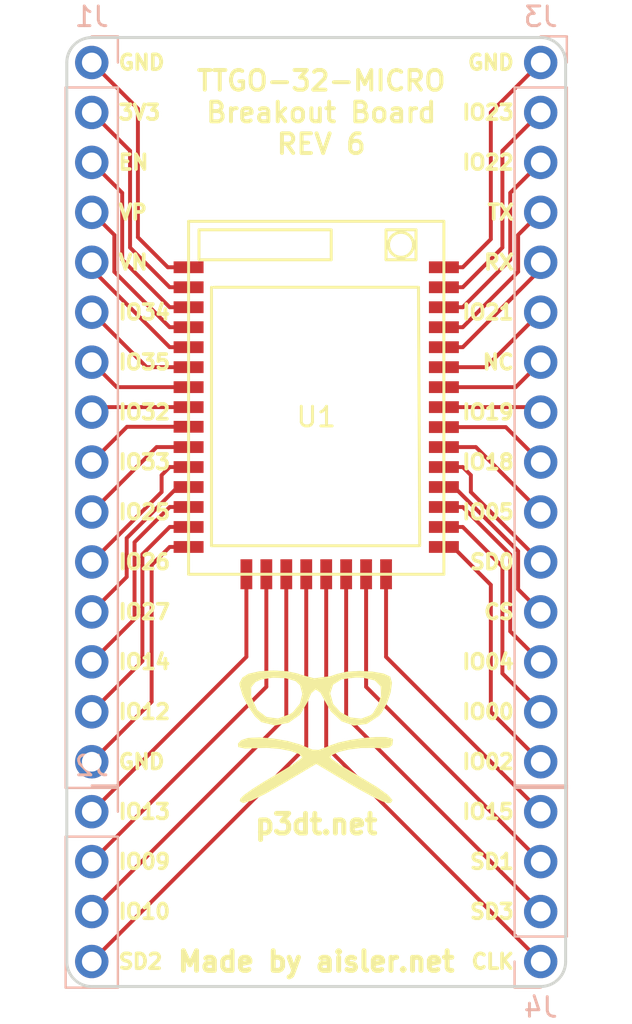
<source format=kicad_pcb>
(kicad_pcb (version 20171130) (host pcbnew "(5.0.1-3-g963ef8bb5)")

  (general
    (thickness 1.6)
    (drawings 49)
    (tracks 126)
    (zones 0)
    (modules 6)
    (nets 39)
  )

  (page A4)
  (layers
    (0 F.Cu signal)
    (31 B.Cu signal)
    (32 B.Adhes user)
    (33 F.Adhes user)
    (34 B.Paste user)
    (35 F.Paste user)
    (36 B.SilkS user)
    (37 F.SilkS user)
    (38 B.Mask user)
    (39 F.Mask user)
    (40 Dwgs.User user)
    (41 Cmts.User user)
    (42 Eco1.User user)
    (43 Eco2.User user)
    (44 Edge.Cuts user)
    (45 Margin user)
    (46 B.CrtYd user)
    (47 F.CrtYd user)
    (48 B.Fab user)
    (49 F.Fab user)
  )

  (setup
    (last_trace_width 0.2)
    (trace_clearance 0.2)
    (zone_clearance 0.508)
    (zone_45_only no)
    (trace_min 0.2)
    (segment_width 0.2)
    (edge_width 0.15)
    (via_size 0.8)
    (via_drill 0.4)
    (via_min_size 0.4)
    (via_min_drill 0.3)
    (uvia_size 0.3)
    (uvia_drill 0.1)
    (uvias_allowed no)
    (uvia_min_size 0.2)
    (uvia_min_drill 0.1)
    (pcb_text_width 0.3)
    (pcb_text_size 1.5 1.5)
    (mod_edge_width 0.15)
    (mod_text_size 1 1)
    (mod_text_width 0.15)
    (pad_size 1.524 0.5)
    (pad_drill 0)
    (pad_to_mask_clearance 0.051)
    (solder_mask_min_width 0.25)
    (aux_axis_origin 0 0)
    (visible_elements FFFFFF7F)
    (pcbplotparams
      (layerselection 0x010fc_ffffffff)
      (usegerberextensions false)
      (usegerberattributes false)
      (usegerberadvancedattributes false)
      (creategerberjobfile false)
      (excludeedgelayer true)
      (linewidth 1.000000)
      (plotframeref false)
      (viasonmask false)
      (mode 1)
      (useauxorigin false)
      (hpglpennumber 1)
      (hpglpenspeed 20)
      (hpglpendiameter 15.000000)
      (psnegative false)
      (psa4output false)
      (plotreference true)
      (plotvalue true)
      (plotinvisibletext false)
      (padsonsilk false)
      (subtractmaskfromsilk false)
      (outputformat 1)
      (mirror false)
      (drillshape 1)
      (scaleselection 1)
      (outputdirectory ""))
  )

  (net 0 "")
  (net 1 "Net-(J1-Pad1)")
  (net 2 "Net-(J1-Pad2)")
  (net 3 "Net-(J1-Pad3)")
  (net 4 "Net-(J1-Pad4)")
  (net 5 "Net-(J1-Pad5)")
  (net 6 "Net-(J1-Pad6)")
  (net 7 "Net-(J1-Pad7)")
  (net 8 "Net-(J1-Pad8)")
  (net 9 "Net-(J1-Pad9)")
  (net 10 "Net-(J1-Pad10)")
  (net 11 "Net-(J1-Pad11)")
  (net 12 "Net-(J1-Pad12)")
  (net 13 "Net-(J1-Pad13)")
  (net 14 "Net-(J1-Pad14)")
  (net 15 "Net-(J1-Pad15)")
  (net 16 "Net-(J2-Pad1)")
  (net 17 "Net-(J2-Pad2)")
  (net 18 "Net-(J2-Pad3)")
  (net 19 "Net-(J2-Pad4)")
  (net 20 "Net-(J3-Pad15)")
  (net 21 "Net-(J3-Pad14)")
  (net 22 "Net-(J3-Pad13)")
  (net 23 "Net-(J3-Pad12)")
  (net 24 "Net-(J3-Pad11)")
  (net 25 "Net-(J3-Pad10)")
  (net 26 "Net-(J3-Pad9)")
  (net 27 "Net-(J3-Pad8)")
  (net 28 "Net-(J3-Pad7)")
  (net 29 "Net-(J3-Pad6)")
  (net 30 "Net-(J3-Pad5)")
  (net 31 "Net-(J3-Pad4)")
  (net 32 "Net-(J3-Pad3)")
  (net 33 "Net-(J3-Pad2)")
  (net 34 "Net-(J3-Pad1)")
  (net 35 "Net-(J4-Pad1)")
  (net 36 "Net-(J4-Pad2)")
  (net 37 "Net-(J4-Pad3)")
  (net 38 "Net-(J4-Pad4)")

  (net_class Default "This is the default net class."
    (clearance 0.2)
    (trace_width 0.2)
    (via_dia 0.8)
    (via_drill 0.4)
    (uvia_dia 0.3)
    (uvia_drill 0.1)
    (add_net "Net-(J1-Pad1)")
    (add_net "Net-(J1-Pad10)")
    (add_net "Net-(J1-Pad11)")
    (add_net "Net-(J1-Pad12)")
    (add_net "Net-(J1-Pad13)")
    (add_net "Net-(J1-Pad14)")
    (add_net "Net-(J1-Pad15)")
    (add_net "Net-(J1-Pad2)")
    (add_net "Net-(J1-Pad3)")
    (add_net "Net-(J1-Pad4)")
    (add_net "Net-(J1-Pad5)")
    (add_net "Net-(J1-Pad6)")
    (add_net "Net-(J1-Pad7)")
    (add_net "Net-(J1-Pad8)")
    (add_net "Net-(J1-Pad9)")
    (add_net "Net-(J2-Pad1)")
    (add_net "Net-(J2-Pad2)")
    (add_net "Net-(J2-Pad3)")
    (add_net "Net-(J2-Pad4)")
    (add_net "Net-(J3-Pad1)")
    (add_net "Net-(J3-Pad10)")
    (add_net "Net-(J3-Pad11)")
    (add_net "Net-(J3-Pad12)")
    (add_net "Net-(J3-Pad13)")
    (add_net "Net-(J3-Pad14)")
    (add_net "Net-(J3-Pad15)")
    (add_net "Net-(J3-Pad2)")
    (add_net "Net-(J3-Pad3)")
    (add_net "Net-(J3-Pad4)")
    (add_net "Net-(J3-Pad5)")
    (add_net "Net-(J3-Pad6)")
    (add_net "Net-(J3-Pad7)")
    (add_net "Net-(J3-Pad8)")
    (add_net "Net-(J3-Pad9)")
    (add_net "Net-(J4-Pad1)")
    (add_net "Net-(J4-Pad2)")
    (add_net "Net-(J4-Pad3)")
    (add_net "Net-(J4-Pad4)")
  )

  (module footprints:ttgo-32-micro (layer F.Cu) (tedit 5CCCD032) (tstamp 5CCDFAAE)
    (at 138.43 93.726)
    (path /5CCCB936)
    (fp_text reference U1 (at 0 0.5) (layer F.SilkS)
      (effects (font (size 1 1) (thickness 0.15)))
    )
    (fp_text value ttgo-32-micro (at 0 -4.064) (layer F.Fab)
      (effects (font (size 1 1) (thickness 0.15)))
    )
    (fp_line (start -5.334 7.0485) (end -5.334 -6.096) (layer F.SilkS) (width 0.15))
    (fp_line (start 5.207 7.0485) (end -5.334 7.0485) (layer F.SilkS) (width 0.15))
    (fp_line (start 5.207 -6.096) (end 5.2705 7.0485) (layer F.SilkS) (width 0.15))
    (fp_line (start -5.207 -6.096) (end 5.207 -6.096) (layer F.SilkS) (width 0.15))
    (fp_line (start 3.556 -7.493) (end 3.556 -9.017) (layer F.SilkS) (width 0.15))
    (fp_line (start 5.08 -7.493) (end 3.556 -7.493) (layer F.SilkS) (width 0.15))
    (fp_line (start 5.08 -9.017) (end 5.08 -7.493) (layer F.SilkS) (width 0.15))
    (fp_line (start 3.556 -9.017) (end 5.08 -9.017) (layer F.SilkS) (width 0.15))
    (fp_circle (center 4.318 -8.255) (end 4.826 -7.874) (layer F.SilkS) (width 0.15))
    (fp_line (start 0.762 -9.017) (end -5.969 -9.017) (layer F.SilkS) (width 0.15))
    (fp_line (start 0.762 -7.493) (end 0.762 -9.017) (layer F.SilkS) (width 0.15))
    (fp_line (start -5.969 -7.493) (end 0.762 -7.493) (layer F.SilkS) (width 0.15))
    (fp_line (start -5.969 -9.017) (end -5.969 -7.493) (layer F.SilkS) (width 0.15))
    (fp_line (start 6.5 -9.45) (end 6.5 8.5) (layer F.SilkS) (width 0.15))
    (fp_line (start -6.5 -9.45) (end -6.5 8.5) (layer F.SilkS) (width 0.15))
    (fp_line (start -6.5 8.5) (end 6.5 8.5) (layer F.SilkS) (width 0.15))
    (fp_line (start -6.5 -9.45) (end 6.5 -9.45) (layer F.SilkS) (width 0.15))
    (pad 23 smd rect (at 3.556 8.5 90) (size 1.524 0.6) (layers F.Cu F.Paste F.Mask)
      (net 38 "Net-(J4-Pad4)"))
    (pad 22 smd rect (at 2.54 8.5 90) (size 1.524 0.6) (layers F.Cu F.Paste F.Mask)
      (net 37 "Net-(J4-Pad3)"))
    (pad 21 smd rect (at 1.524 8.5 90) (size 1.524 0.6) (layers F.Cu F.Paste F.Mask)
      (net 36 "Net-(J4-Pad2)"))
    (pad 20 smd rect (at 0.508 8.5 90) (size 1.524 0.6) (layers F.Cu F.Paste F.Mask)
      (net 35 "Net-(J4-Pad1)"))
    (pad 19 smd rect (at -0.508 8.5 90) (size 1.524 0.6) (layers F.Cu F.Paste F.Mask)
      (net 19 "Net-(J2-Pad4)"))
    (pad 18 smd rect (at -1.524 8.5 90) (size 1.524 0.6) (layers F.Cu F.Paste F.Mask)
      (net 18 "Net-(J2-Pad3)"))
    (pad 17 smd rect (at -2.54 8.5 90) (size 1.524 0.6) (layers F.Cu F.Paste F.Mask)
      (net 17 "Net-(J2-Pad2)"))
    (pad 16 smd rect (at -3.556 8.5 90) (size 1.524 0.6) (layers F.Cu F.Paste F.Mask)
      (net 16 "Net-(J2-Pad1)"))
    (pad 32 smd rect (at 6.5 -1.016) (size 1.524 0.6) (layers F.Cu F.Paste F.Mask)
      (net 28 "Net-(J3-Pad7)"))
    (pad 38 smd rect (at 6.5 -7.112) (size 1.524 0.6) (layers F.Cu F.Paste F.Mask)
      (net 34 "Net-(J3-Pad1)"))
    (pad 29 smd rect (at 6.5 2.032) (size 1.524 0.6) (layers F.Cu F.Paste F.Mask)
      (net 25 "Net-(J3-Pad10)"))
    (pad 30 smd rect (at 6.5 1.016) (size 1.524 0.6) (layers F.Cu F.Paste F.Mask)
      (net 26 "Net-(J3-Pad9)"))
    (pad 37 smd rect (at 6.5 -6.096) (size 1.524 0.6) (layers F.Cu F.Paste F.Mask)
      (net 33 "Net-(J3-Pad2)"))
    (pad 36 smd rect (at 6.5 -5.08) (size 1.524 0.6) (layers F.Cu F.Paste F.Mask)
      (net 32 "Net-(J3-Pad3)"))
    (pad 35 smd rect (at 6.5 -4.064) (size 1.524 0.6) (layers F.Cu F.Paste F.Mask)
      (net 31 "Net-(J3-Pad4)"))
    (pad 34 smd rect (at 6.5 -3.048) (size 1.524 0.6) (layers F.Cu F.Paste F.Mask)
      (net 30 "Net-(J3-Pad5)"))
    (pad 24 smd rect (at 6.5 7.112) (size 1.524 0.6) (layers F.Cu F.Paste F.Mask)
      (net 20 "Net-(J3-Pad15)"))
    (pad 25 smd rect (at 6.5 6.096) (size 1.524 0.6) (layers F.Cu F.Paste F.Mask)
      (net 21 "Net-(J3-Pad14)"))
    (pad 31 smd rect (at 6.5 0) (size 1.524 0.6) (layers F.Cu F.Paste F.Mask)
      (net 27 "Net-(J3-Pad8)"))
    (pad 27 smd rect (at 6.5 4.064) (size 1.524 0.6) (layers F.Cu F.Paste F.Mask)
      (net 23 "Net-(J3-Pad12)"))
    (pad 33 smd rect (at 6.5 -2.032) (size 1.524 0.6) (layers F.Cu F.Paste F.Mask)
      (net 29 "Net-(J3-Pad6)"))
    (pad 28 smd rect (at 6.5 3.048) (size 1.524 0.6) (layers F.Cu F.Paste F.Mask)
      (net 24 "Net-(J3-Pad11)"))
    (pad 26 smd rect (at 6.5 5.08) (size 1.524 0.6) (layers F.Cu F.Paste F.Mask)
      (net 22 "Net-(J3-Pad13)"))
    (pad 1 smd rect (at -6.5 -7.112) (size 1.524 0.6) (layers F.Cu F.Paste F.Mask)
      (net 1 "Net-(J1-Pad1)"))
    (pad 2 smd rect (at -6.5 -6.096) (size 1.524 0.6) (layers F.Cu F.Paste F.Mask)
      (net 2 "Net-(J1-Pad2)"))
    (pad 3 smd rect (at -6.5 -5.08) (size 1.524 0.6) (layers F.Cu F.Paste F.Mask)
      (net 3 "Net-(J1-Pad3)"))
    (pad 4 smd rect (at -6.5 -4.064) (size 1.524 0.6) (layers F.Cu F.Paste F.Mask)
      (net 4 "Net-(J1-Pad4)"))
    (pad 5 smd rect (at -6.5 -3.048) (size 1.524 0.6) (layers F.Cu F.Paste F.Mask)
      (net 5 "Net-(J1-Pad5)"))
    (pad 6 smd rect (at -6.5 -2.032) (size 1.524 0.6) (layers F.Cu F.Paste F.Mask)
      (net 6 "Net-(J1-Pad6)"))
    (pad 7 smd rect (at -6.5 -1.016) (size 1.524 0.6) (layers F.Cu F.Paste F.Mask)
      (net 7 "Net-(J1-Pad7)"))
    (pad 8 smd rect (at -6.5 0) (size 1.524 0.6) (layers F.Cu F.Paste F.Mask)
      (net 8 "Net-(J1-Pad8)"))
    (pad 9 smd rect (at -6.5 1) (size 1.524 0.6) (layers F.Cu F.Paste F.Mask)
      (net 9 "Net-(J1-Pad9)"))
    (pad 10 smd rect (at -6.5 2.032) (size 1.524 0.6) (layers F.Cu F.Paste F.Mask)
      (net 10 "Net-(J1-Pad10)"))
    (pad 11 smd rect (at -6.5 3.048) (size 1.524 0.6) (layers F.Cu F.Paste F.Mask)
      (net 11 "Net-(J1-Pad11)"))
    (pad 12 smd rect (at -6.5 4.064) (size 1.524 0.6) (layers F.Cu F.Paste F.Mask)
      (net 12 "Net-(J1-Pad12)"))
    (pad 13 smd rect (at -6.5 5.08) (size 1.524 0.6) (layers F.Cu F.Paste F.Mask)
      (net 13 "Net-(J1-Pad13)"))
    (pad 14 smd rect (at -6.5 6.096) (size 1.524 0.6) (layers F.Cu F.Paste F.Mask)
      (net 14 "Net-(J1-Pad14)"))
    (pad 15 smd rect (at -6.5 7.112) (size 1.524 0.6) (layers F.Cu F.Paste F.Mask)
      (net 15 "Net-(J1-Pad15)"))
  )

  (module Connector_PinHeader_2.54mm:PinHeader_1x15_P2.54mm_Vertical (layer B.Cu) (tedit 5CCC9D5C) (tstamp 5CCF2608)
    (at 127 76.2 180)
    (descr "Through hole straight pin header, 1x15, 2.54mm pitch, single row")
    (tags "Through hole pin header THT 1x15 2.54mm single row")
    (path /5CCCBC88)
    (fp_text reference J1 (at 0 2.33 180) (layer B.SilkS)
      (effects (font (size 1 1) (thickness 0.15)) (justify mirror))
    )
    (fp_text value Conn_01x15 (at 0 -37.89 180) (layer B.Fab)
      (effects (font (size 1 1) (thickness 0.15)) (justify mirror))
    )
    (fp_line (start -0.635 1.27) (end 1.27 1.27) (layer B.Fab) (width 0.1))
    (fp_line (start 1.27 1.27) (end 1.27 -36.83) (layer B.Fab) (width 0.1))
    (fp_line (start 1.27 -36.83) (end -1.27 -36.83) (layer B.Fab) (width 0.1))
    (fp_line (start -1.27 -36.83) (end -1.27 0.635) (layer B.Fab) (width 0.1))
    (fp_line (start -1.27 0.635) (end -0.635 1.27) (layer B.Fab) (width 0.1))
    (fp_line (start -1.33 -36.89) (end 1.33 -36.89) (layer B.SilkS) (width 0.12))
    (fp_line (start -1.33 -1.27) (end -1.33 -36.89) (layer B.SilkS) (width 0.12))
    (fp_line (start 1.33 -1.27) (end 1.33 -36.89) (layer B.SilkS) (width 0.12))
    (fp_line (start -1.33 -1.27) (end 1.33 -1.27) (layer B.SilkS) (width 0.12))
    (fp_line (start -1.33 0) (end -1.33 1.33) (layer B.SilkS) (width 0.12))
    (fp_line (start -1.33 1.33) (end 0 1.33) (layer B.SilkS) (width 0.12))
    (fp_line (start -1.8 1.8) (end -1.8 -37.35) (layer B.CrtYd) (width 0.05))
    (fp_line (start -1.8 -37.35) (end 1.8 -37.35) (layer B.CrtYd) (width 0.05))
    (fp_line (start 1.8 -37.35) (end 1.8 1.8) (layer B.CrtYd) (width 0.05))
    (fp_line (start 1.8 1.8) (end -1.8 1.8) (layer B.CrtYd) (width 0.05))
    (fp_text user %R (at 0 -17.78 90) (layer B.Fab)
      (effects (font (size 1 1) (thickness 0.15)) (justify mirror))
    )
    (pad 1 thru_hole circle (at 0 0 180) (size 1.7 1.7) (drill 1) (layers *.Cu *.Mask)
      (net 1 "Net-(J1-Pad1)"))
    (pad 2 thru_hole oval (at 0 -2.54 180) (size 1.7 1.7) (drill 1) (layers *.Cu *.Mask)
      (net 2 "Net-(J1-Pad2)"))
    (pad 3 thru_hole oval (at 0 -5.08 180) (size 1.7 1.7) (drill 1) (layers *.Cu *.Mask)
      (net 3 "Net-(J1-Pad3)"))
    (pad 4 thru_hole oval (at 0 -7.62 180) (size 1.7 1.7) (drill 1) (layers *.Cu *.Mask)
      (net 4 "Net-(J1-Pad4)"))
    (pad 5 thru_hole oval (at 0 -10.16 180) (size 1.7 1.7) (drill 1) (layers *.Cu *.Mask)
      (net 5 "Net-(J1-Pad5)"))
    (pad 6 thru_hole oval (at 0 -12.7 180) (size 1.7 1.7) (drill 1) (layers *.Cu *.Mask)
      (net 6 "Net-(J1-Pad6)"))
    (pad 7 thru_hole oval (at 0 -15.24 180) (size 1.7 1.7) (drill 1) (layers *.Cu *.Mask)
      (net 7 "Net-(J1-Pad7)"))
    (pad 8 thru_hole oval (at 0 -17.78 180) (size 1.7 1.7) (drill 1) (layers *.Cu *.Mask)
      (net 8 "Net-(J1-Pad8)"))
    (pad 9 thru_hole oval (at 0 -20.32 180) (size 1.7 1.7) (drill 1) (layers *.Cu *.Mask)
      (net 9 "Net-(J1-Pad9)"))
    (pad 10 thru_hole oval (at 0 -22.86 180) (size 1.7 1.7) (drill 1) (layers *.Cu *.Mask)
      (net 10 "Net-(J1-Pad10)"))
    (pad 11 thru_hole oval (at 0 -25.4 180) (size 1.7 1.7) (drill 1) (layers *.Cu *.Mask)
      (net 11 "Net-(J1-Pad11)"))
    (pad 12 thru_hole oval (at 0 -27.94 180) (size 1.7 1.7) (drill 1) (layers *.Cu *.Mask)
      (net 12 "Net-(J1-Pad12)"))
    (pad 13 thru_hole oval (at 0 -30.48 180) (size 1.7 1.7) (drill 1) (layers *.Cu *.Mask)
      (net 13 "Net-(J1-Pad13)"))
    (pad 14 thru_hole oval (at 0 -33.02 180) (size 1.7 1.7) (drill 1) (layers *.Cu *.Mask)
      (net 14 "Net-(J1-Pad14)"))
    (pad 15 thru_hole oval (at 0 -35.56 180) (size 1.7 1.7) (drill 1) (layers *.Cu *.Mask)
      (net 15 "Net-(J1-Pad15)"))
    (model ${KISYS3DMOD}/Connector_PinHeader_2.54mm.3dshapes/PinHeader_1x15_P2.54mm_Vertical.wrl
      (at (xyz 0 0 0))
      (scale (xyz 1 1 1))
      (rotate (xyz 0 0 0))
    )
  )

  (module Connector_PinHeader_2.54mm:PinHeader_1x15_P2.54mm_Vertical (layer B.Cu) (tedit 5CCC9D63) (tstamp 5CCF2647)
    (at 149.86 76.2 180)
    (descr "Through hole straight pin header, 1x15, 2.54mm pitch, single row")
    (tags "Through hole pin header THT 1x15 2.54mm single row")
    (path /5CCCBD1F)
    (fp_text reference J3 (at 0 2.33 180) (layer B.SilkS)
      (effects (font (size 1 1) (thickness 0.15)) (justify mirror))
    )
    (fp_text value Conn_01x15 (at 0 -37.89 180) (layer B.Fab)
      (effects (font (size 1 1) (thickness 0.15)) (justify mirror))
    )
    (fp_text user %R (at 0 -17.78 90) (layer B.Fab)
      (effects (font (size 1 1) (thickness 0.15)) (justify mirror))
    )
    (fp_line (start 1.8 1.8) (end -1.8 1.8) (layer B.CrtYd) (width 0.05))
    (fp_line (start 1.8 -37.35) (end 1.8 1.8) (layer B.CrtYd) (width 0.05))
    (fp_line (start -1.8 -37.35) (end 1.8 -37.35) (layer B.CrtYd) (width 0.05))
    (fp_line (start -1.8 1.8) (end -1.8 -37.35) (layer B.CrtYd) (width 0.05))
    (fp_line (start -1.33 1.33) (end 0 1.33) (layer B.SilkS) (width 0.12))
    (fp_line (start -1.33 0) (end -1.33 1.33) (layer B.SilkS) (width 0.12))
    (fp_line (start -1.33 -1.27) (end 1.33 -1.27) (layer B.SilkS) (width 0.12))
    (fp_line (start 1.33 -1.27) (end 1.33 -36.89) (layer B.SilkS) (width 0.12))
    (fp_line (start -1.33 -1.27) (end -1.33 -36.89) (layer B.SilkS) (width 0.12))
    (fp_line (start -1.33 -36.89) (end 1.33 -36.89) (layer B.SilkS) (width 0.12))
    (fp_line (start -1.27 0.635) (end -0.635 1.27) (layer B.Fab) (width 0.1))
    (fp_line (start -1.27 -36.83) (end -1.27 0.635) (layer B.Fab) (width 0.1))
    (fp_line (start 1.27 -36.83) (end -1.27 -36.83) (layer B.Fab) (width 0.1))
    (fp_line (start 1.27 1.27) (end 1.27 -36.83) (layer B.Fab) (width 0.1))
    (fp_line (start -0.635 1.27) (end 1.27 1.27) (layer B.Fab) (width 0.1))
    (pad 15 thru_hole oval (at 0 -35.56 180) (size 1.7 1.7) (drill 1) (layers *.Cu *.Mask)
      (net 20 "Net-(J3-Pad15)"))
    (pad 14 thru_hole oval (at 0 -33.02 180) (size 1.7 1.7) (drill 1) (layers *.Cu *.Mask)
      (net 21 "Net-(J3-Pad14)"))
    (pad 13 thru_hole oval (at 0 -30.48 180) (size 1.7 1.7) (drill 1) (layers *.Cu *.Mask)
      (net 22 "Net-(J3-Pad13)"))
    (pad 12 thru_hole oval (at 0 -27.94 180) (size 1.7 1.7) (drill 1) (layers *.Cu *.Mask)
      (net 23 "Net-(J3-Pad12)"))
    (pad 11 thru_hole oval (at 0 -25.4 180) (size 1.7 1.7) (drill 1) (layers *.Cu *.Mask)
      (net 24 "Net-(J3-Pad11)"))
    (pad 10 thru_hole oval (at 0 -22.86 180) (size 1.7 1.7) (drill 1) (layers *.Cu *.Mask)
      (net 25 "Net-(J3-Pad10)"))
    (pad 9 thru_hole oval (at 0 -20.32 180) (size 1.7 1.7) (drill 1) (layers *.Cu *.Mask)
      (net 26 "Net-(J3-Pad9)"))
    (pad 8 thru_hole oval (at 0 -17.78 180) (size 1.7 1.7) (drill 1) (layers *.Cu *.Mask)
      (net 27 "Net-(J3-Pad8)"))
    (pad 7 thru_hole oval (at 0 -15.24 180) (size 1.7 1.7) (drill 1) (layers *.Cu *.Mask)
      (net 28 "Net-(J3-Pad7)"))
    (pad 6 thru_hole oval (at 0 -12.7 180) (size 1.7 1.7) (drill 1) (layers *.Cu *.Mask)
      (net 29 "Net-(J3-Pad6)"))
    (pad 5 thru_hole oval (at 0 -10.16 180) (size 1.7 1.7) (drill 1) (layers *.Cu *.Mask)
      (net 30 "Net-(J3-Pad5)"))
    (pad 4 thru_hole oval (at 0 -7.62 180) (size 1.7 1.7) (drill 1) (layers *.Cu *.Mask)
      (net 31 "Net-(J3-Pad4)"))
    (pad 3 thru_hole oval (at 0 -5.08 180) (size 1.7 1.7) (drill 1) (layers *.Cu *.Mask)
      (net 32 "Net-(J3-Pad3)"))
    (pad 2 thru_hole oval (at 0 -2.54 180) (size 1.7 1.7) (drill 1) (layers *.Cu *.Mask)
      (net 33 "Net-(J3-Pad2)"))
    (pad 1 thru_hole circle (at 0 0 180) (size 1.7 1.7) (drill 1) (layers *.Cu *.Mask)
      (net 34 "Net-(J3-Pad1)"))
    (model ${KISYS3DMOD}/Connector_PinHeader_2.54mm.3dshapes/PinHeader_1x15_P2.54mm_Vertical.wrl
      (at (xyz 0 0 0))
      (scale (xyz 1 1 1))
      (rotate (xyz 0 0 0))
    )
  )

  (module Connector_PinHeader_2.54mm:PinHeader_1x04_P2.54mm_Vertical (layer B.Cu) (tedit 5CCC9D69) (tstamp 5CCF3179)
    (at 127 114.3 180)
    (descr "Through hole straight pin header, 1x04, 2.54mm pitch, single row")
    (tags "Through hole pin header THT 1x04 2.54mm single row")
    (path /5CCD1824)
    (fp_text reference J2 (at 0 2.33 180) (layer B.SilkS)
      (effects (font (size 1 1) (thickness 0.15)) (justify mirror))
    )
    (fp_text value Conn_01x04 (at 0 -9.95 180) (layer B.Fab)
      (effects (font (size 1 1) (thickness 0.15)) (justify mirror))
    )
    (fp_line (start -0.635 1.27) (end 1.27 1.27) (layer B.Fab) (width 0.1))
    (fp_line (start 1.27 1.27) (end 1.27 -8.89) (layer B.Fab) (width 0.1))
    (fp_line (start 1.27 -8.89) (end -1.27 -8.89) (layer B.Fab) (width 0.1))
    (fp_line (start -1.27 -8.89) (end -1.27 0.635) (layer B.Fab) (width 0.1))
    (fp_line (start -1.27 0.635) (end -0.635 1.27) (layer B.Fab) (width 0.1))
    (fp_line (start -1.33 -8.95) (end 1.33 -8.95) (layer B.SilkS) (width 0.12))
    (fp_line (start -1.33 -1.27) (end -1.33 -8.95) (layer B.SilkS) (width 0.12))
    (fp_line (start 1.33 -1.27) (end 1.33 -8.95) (layer B.SilkS) (width 0.12))
    (fp_line (start -1.33 -1.27) (end 1.33 -1.27) (layer B.SilkS) (width 0.12))
    (fp_line (start -1.33 0) (end -1.33 1.33) (layer B.SilkS) (width 0.12))
    (fp_line (start -1.33 1.33) (end 0 1.33) (layer B.SilkS) (width 0.12))
    (fp_line (start -1.8 1.8) (end -1.8 -9.4) (layer B.CrtYd) (width 0.05))
    (fp_line (start -1.8 -9.4) (end 1.8 -9.4) (layer B.CrtYd) (width 0.05))
    (fp_line (start 1.8 -9.4) (end 1.8 1.8) (layer B.CrtYd) (width 0.05))
    (fp_line (start 1.8 1.8) (end -1.8 1.8) (layer B.CrtYd) (width 0.05))
    (fp_text user %R (at 0 -3.81 90) (layer B.Fab)
      (effects (font (size 1 1) (thickness 0.15)) (justify mirror))
    )
    (pad 1 thru_hole circle (at 0 0 180) (size 1.7 1.7) (drill 1) (layers *.Cu *.Mask)
      (net 16 "Net-(J2-Pad1)"))
    (pad 2 thru_hole oval (at 0 -2.54 180) (size 1.7 1.7) (drill 1) (layers *.Cu *.Mask)
      (net 17 "Net-(J2-Pad2)"))
    (pad 3 thru_hole oval (at 0 -5.08 180) (size 1.7 1.7) (drill 1) (layers *.Cu *.Mask)
      (net 18 "Net-(J2-Pad3)"))
    (pad 4 thru_hole oval (at 0 -7.62 180) (size 1.7 1.7) (drill 1) (layers *.Cu *.Mask)
      (net 19 "Net-(J2-Pad4)"))
    (model ${KISYS3DMOD}/Connector_PinHeader_2.54mm.3dshapes/PinHeader_1x04_P2.54mm_Vertical.wrl
      (at (xyz 0 0 0))
      (scale (xyz 1 1 1))
      (rotate (xyz 0 0 0))
    )
  )

  (module Connector_PinHeader_2.54mm:PinHeader_1x04_P2.54mm_Vertical (layer B.Cu) (tedit 5CCC9D70) (tstamp 5CCF3062)
    (at 149.86 121.92)
    (descr "Through hole straight pin header, 1x04, 2.54mm pitch, single row")
    (tags "Through hole pin header THT 1x04 2.54mm single row")
    (path /5CCD2D71)
    (fp_text reference J4 (at 0 2.33) (layer B.SilkS)
      (effects (font (size 1 1) (thickness 0.15)) (justify mirror))
    )
    (fp_text value Conn_01x04 (at 0 -9.95) (layer B.Fab)
      (effects (font (size 1 1) (thickness 0.15)) (justify mirror))
    )
    (fp_text user %R (at 0 -3.81 -90) (layer B.Fab)
      (effects (font (size 1 1) (thickness 0.15)) (justify mirror))
    )
    (fp_line (start 1.8 1.8) (end -1.8 1.8) (layer B.CrtYd) (width 0.05))
    (fp_line (start 1.8 -9.4) (end 1.8 1.8) (layer B.CrtYd) (width 0.05))
    (fp_line (start -1.8 -9.4) (end 1.8 -9.4) (layer B.CrtYd) (width 0.05))
    (fp_line (start -1.8 1.8) (end -1.8 -9.4) (layer B.CrtYd) (width 0.05))
    (fp_line (start -1.33 1.33) (end 0 1.33) (layer B.SilkS) (width 0.12))
    (fp_line (start -1.33 0) (end -1.33 1.33) (layer B.SilkS) (width 0.12))
    (fp_line (start -1.33 -1.27) (end 1.33 -1.27) (layer B.SilkS) (width 0.12))
    (fp_line (start 1.33 -1.27) (end 1.33 -8.95) (layer B.SilkS) (width 0.12))
    (fp_line (start -1.33 -1.27) (end -1.33 -8.95) (layer B.SilkS) (width 0.12))
    (fp_line (start -1.33 -8.95) (end 1.33 -8.95) (layer B.SilkS) (width 0.12))
    (fp_line (start -1.27 0.635) (end -0.635 1.27) (layer B.Fab) (width 0.1))
    (fp_line (start -1.27 -8.89) (end -1.27 0.635) (layer B.Fab) (width 0.1))
    (fp_line (start 1.27 -8.89) (end -1.27 -8.89) (layer B.Fab) (width 0.1))
    (fp_line (start 1.27 1.27) (end 1.27 -8.89) (layer B.Fab) (width 0.1))
    (fp_line (start -0.635 1.27) (end 1.27 1.27) (layer B.Fab) (width 0.1))
    (pad 4 thru_hole oval (at 0 -7.62) (size 1.7 1.7) (drill 1) (layers *.Cu *.Mask)
      (net 38 "Net-(J4-Pad4)"))
    (pad 3 thru_hole oval (at 0 -5.08) (size 1.7 1.7) (drill 1) (layers *.Cu *.Mask)
      (net 37 "Net-(J4-Pad3)"))
    (pad 2 thru_hole oval (at 0 -2.54) (size 1.7 1.7) (drill 1) (layers *.Cu *.Mask)
      (net 36 "Net-(J4-Pad2)"))
    (pad 1 thru_hole circle (at 0 0) (size 1.7 1.7) (drill 1) (layers *.Cu *.Mask)
      (net 35 "Net-(J4-Pad1)"))
    (model ${KISYS3DMOD}/Connector_PinHeader_2.54mm.3dshapes/PinHeader_1x04_P2.54mm_Vertical.wrl
      (at (xyz 0 0 0))
      (scale (xyz 1 1 1))
      (rotate (xyz 0 0 0))
    )
  )

  (module footprints:p3dt_tiny (layer F.Cu) (tedit 0) (tstamp 5CD38774)
    (at 138.43 110.49)
    (fp_text reference G*** (at 0 0) (layer F.SilkS) hide
      (effects (font (size 1.524 1.524) (thickness 0.3)))
    )
    (fp_text value LOGO (at 0.75 0) (layer F.SilkS) hide
      (effects (font (size 1.524 1.524) (thickness 0.3)))
    )
    (fp_poly (pts (xy -1.477991 -3.329306) (xy -0.931868 -3.210588) (xy -0.83203 -3.165905) (xy -0.103275 -2.969054)
      (xy 0.737822 -3.078636) (xy 1.040688 -3.186828) (xy 1.540141 -3.304794) (xy 2.187093 -3.344488)
      (xy 2.856876 -3.311961) (xy 3.424819 -3.213263) (xy 3.766144 -3.054555) (xy 3.854909 -2.746682)
      (xy 3.788901 -2.258903) (xy 3.602856 -1.711788) (xy 3.331509 -1.225906) (xy 3.19154 -1.060072)
      (xy 2.577377 -0.656742) (xy 1.918691 -0.572328) (xy 1.285455 -0.789455) (xy 0.74764 -1.290751)
      (xy 0.496018 -1.729346) (xy 0.236067 -2.205957) (xy 0.710489 -2.205957) (xy 0.857342 -1.668316)
      (xy 1.233698 -1.244845) (xy 1.743249 -0.9793) (xy 2.289691 -0.91544) (xy 2.776718 -1.097023)
      (xy 2.90113 -1.210606) (xy 3.149797 -1.622298) (xy 3.302831 -2.082339) (xy 3.284304 -2.563434)
      (xy 2.986404 -2.866822) (xy 2.390402 -3.006431) (xy 2.042657 -3.01958) (xy 1.299376 -2.926349)
      (xy 0.853827 -2.648539) (xy 0.710489 -2.205957) (xy 0.236067 -2.205957) (xy 0.215424 -2.243805)
      (xy -0.027819 -2.408067) (xy -0.251315 -2.222904) (xy -0.445933 -1.770651) (xy -0.82769 -1.12356)
      (xy -1.407743 -0.713796) (xy -2.098972 -0.579297) (xy -2.794102 -0.748115) (xy -3.116532 -1.035573)
      (xy -3.458507 -1.530983) (xy -3.744368 -2.100045) (xy -3.745868 -2.104997) (xy -3.316725 -2.104997)
      (xy -3.292964 -1.985489) (xy -3.008316 -1.36415) (xy -2.532085 -1.001078) (xy -1.942251 -0.923167)
      (xy -1.316798 -1.157314) (xy -1.1785 -1.256248) (xy -0.826835 -1.688234) (xy -0.704048 -2.179901)
      (xy -0.819085 -2.61769) (xy -1.054058 -2.835709) (xy -1.560303 -2.981745) (xy -2.193252 -3.009067)
      (xy -2.783497 -2.92192) (xy -3.095458 -2.784569) (xy -3.313194 -2.515055) (xy -3.316725 -2.104997)
      (xy -3.745868 -2.104997) (xy -3.898457 -2.608461) (xy -3.907693 -2.724812) (xy -3.758462 -3.005732)
      (xy -3.452074 -3.201599) (xy -2.888614 -3.326862) (xy -2.180413 -3.368748) (xy -1.477991 -3.329306)) (layer F.SilkS) (width 0.01))
    (fp_poly (pts (xy 3.567544 0.021237) (xy 3.866167 0.090698) (xy 3.907692 0.151985) (xy 3.870231 0.419132)
      (xy 3.702645 0.551184) (xy 3.322127 0.581664) (xy 2.896648 0.561294) (xy 2.278877 0.56712)
      (xy 1.65463 0.645638) (xy 1.122816 0.775054) (xy 0.782344 0.933576) (xy 0.710489 1.042964)
      (xy 0.854897 1.179167) (xy 1.24405 1.444085) (xy 1.811846 1.794471) (xy 2.250556 2.050517)
      (xy 3.103919 2.56587) (xy 3.649618 2.959197) (xy 3.882229 3.225337) (xy 3.79633 3.359129)
      (xy 3.642385 3.374825) (xy 3.375837 3.287517) (xy 2.883258 3.051214) (xy 2.240394 2.704346)
      (xy 1.673737 2.376018) (xy 0 1.37721) (xy -1.673738 2.376018) (xy -2.630929 2.921551)
      (xy -3.314063 3.251172) (xy -3.729457 3.367118) (xy -3.883428 3.271627) (xy -3.866794 3.152797)
      (xy -3.69062 2.975024) (xy -3.273058 2.67536) (xy -2.684576 2.302048) (xy -2.253391 2.048243)
      (xy -1.603616 1.664879) (xy -1.088908 1.338939) (xy -0.775275 1.11353) (xy -0.71049 1.04069)
      (xy -0.871742 0.87357) (xy -1.290034 0.724267) (xy -1.867174 0.613249) (xy -2.504965 0.560985)
      (xy -2.958218 0.572167) (xy -3.630994 0.594672) (xy -3.968892 0.519968) (xy -3.979736 0.344412)
      (xy -3.813944 0.173525) (xy -3.467116 0.060462) (xy -2.886661 0.036769) (xy -2.17991 0.092075)
      (xy -1.454192 0.216013) (xy -0.816838 0.398212) (xy -0.616142 0.482468) (xy -0.191737 0.658248)
      (xy 0.13138 0.671405) (xy 0.538653 0.518699) (xy 0.662978 0.460133) (xy 1.13465 0.295774)
      (xy 1.750173 0.161231) (xy 2.420317 0.064977) (xy 3.055851 0.015488) (xy 3.567544 0.021237)) (layer F.SilkS) (width 0.01))
  )

  (gr_text p3dt.net (at 138.43 114.935) (layer F.SilkS) (tstamp 5CD3878C)
    (effects (font (size 1 1) (thickness 0.25)))
  )
  (gr_arc (start 149.86 76.2) (end 151.13 76.2) (angle -90) (layer Edge.Cuts) (width 0.15))
  (gr_arc (start 127 76.2) (end 127 74.93) (angle -90) (layer Edge.Cuts) (width 0.15))
  (gr_arc (start 127 121.92) (end 125.73 121.92) (angle -90) (layer Edge.Cuts) (width 0.15))
  (gr_arc (start 149.86 121.92) (end 149.86 123.19) (angle -90) (layer Edge.Cuts) (width 0.15))
  (gr_text IO33 (at 128.27 96.52) (layer F.SilkS) (tstamp 5CCFABBE)
    (effects (font (size 0.75 0.75) (thickness 0.1875)) (justify left))
  )
  (gr_text "TTGO-32-MICRO\nBreakout Board\nREV 6" (at 138.684 78.74) (layer F.SilkS)
    (effects (font (size 1 1) (thickness 0.2)))
  )
  (gr_text CLK (at 148.59 121.92) (layer F.SilkS) (tstamp 5CCF361F)
    (effects (font (size 0.75 0.75) (thickness 0.1875)) (justify right))
  )
  (gr_text SD3 (at 148.59 119.38) (layer F.SilkS) (tstamp 5CCF361D)
    (effects (font (size 0.75 0.75) (thickness 0.1875)) (justify right))
  )
  (gr_text SD1 (at 148.59 116.84) (layer F.SilkS) (tstamp 5CCF361B)
    (effects (font (size 0.75 0.75) (thickness 0.1875)) (justify right))
  )
  (gr_text IO15 (at 148.59 114.3) (layer F.SilkS) (tstamp 5CCF3619)
    (effects (font (size 0.75 0.75) (thickness 0.1875)) (justify right))
  )
  (gr_text TX (at 148.59 83.82) (layer F.SilkS) (tstamp 5CCF3617)
    (effects (font (size 0.75 0.75) (thickness 0.1875)) (justify right))
  )
  (gr_text IO02 (at 148.59 111.76) (layer F.SilkS) (tstamp 5CCF3615)
    (effects (font (size 0.75 0.75) (thickness 0.1875)) (justify right))
  )
  (gr_text IO00 (at 148.59 109.22) (layer F.SilkS) (tstamp 5CCF3613)
    (effects (font (size 0.75 0.75) (thickness 0.1875)) (justify right))
  )
  (gr_text IO04 (at 148.59 106.68) (layer F.SilkS) (tstamp 5CCF3611)
    (effects (font (size 0.75 0.75) (thickness 0.1875)) (justify right))
  )
  (gr_text CS (at 148.59 104.14) (layer F.SilkS) (tstamp 5CCF360F)
    (effects (font (size 0.75 0.75) (thickness 0.1875)) (justify right))
  )
  (gr_text SD0 (at 148.59 101.6) (layer F.SilkS) (tstamp 5CCF360D)
    (effects (font (size 0.75 0.75) (thickness 0.1875)) (justify right))
  )
  (gr_text IO05 (at 148.59 99.06) (layer F.SilkS) (tstamp 5CCF360B)
    (effects (font (size 0.75 0.75) (thickness 0.1875)) (justify right))
  )
  (gr_text IO18 (at 148.59 96.52) (layer F.SilkS) (tstamp 5CCF3609)
    (effects (font (size 0.75 0.75) (thickness 0.1875)) (justify right))
  )
  (gr_text IO19 (at 148.59 93.98) (layer F.SilkS) (tstamp 5CCF3607)
    (effects (font (size 0.75 0.75) (thickness 0.1875)) (justify right))
  )
  (gr_text NC (at 148.59 91.44) (layer F.SilkS) (tstamp 5CCF3605)
    (effects (font (size 0.75 0.75) (thickness 0.1875)) (justify right))
  )
  (gr_text IO21 (at 148.59 88.9) (layer F.SilkS) (tstamp 5CCF3603)
    (effects (font (size 0.75 0.75) (thickness 0.1875)) (justify right))
  )
  (gr_text RX (at 148.59 86.36) (layer F.SilkS) (tstamp 5CCF3601)
    (effects (font (size 0.75 0.75) (thickness 0.1875)) (justify right))
  )
  (gr_text IO22 (at 148.59 81.28) (layer F.SilkS) (tstamp 5CCF35FF)
    (effects (font (size 0.75 0.75) (thickness 0.1875)) (justify right))
  )
  (gr_text IO23 (at 148.59 78.74) (layer F.SilkS) (tstamp 5CCF35FD)
    (effects (font (size 0.75 0.75) (thickness 0.1875)) (justify right))
  )
  (gr_text GND (at 148.59 76.2) (layer F.SilkS) (tstamp 5CCF35F7)
    (effects (font (size 0.75 0.75) (thickness 0.1875)) (justify right))
  )
  (gr_text SD2 (at 128.27 121.92) (layer F.SilkS) (tstamp 5CCF3557)
    (effects (font (size 0.75 0.75) (thickness 0.1875)) (justify left))
  )
  (gr_text IO10 (at 128.27 119.38) (layer F.SilkS) (tstamp 5CCF3554)
    (effects (font (size 0.75 0.75) (thickness 0.1875)) (justify left))
  )
  (gr_text IO09 (at 128.27 116.84) (layer F.SilkS) (tstamp 5CCF3552)
    (effects (font (size 0.75 0.75) (thickness 0.1875)) (justify left))
  )
  (gr_text IO13 (at 128.27 114.3) (layer F.SilkS) (tstamp 5CCF3550)
    (effects (font (size 0.75 0.75) (thickness 0.1875)) (justify left))
  )
  (gr_text GND (at 128.27 111.76) (layer F.SilkS) (tstamp 5CCF354E)
    (effects (font (size 0.75 0.75) (thickness 0.1875)) (justify left))
  )
  (gr_text IO12 (at 128.27 109.22) (layer F.SilkS) (tstamp 5CCF354C)
    (effects (font (size 0.75 0.75) (thickness 0.1875)) (justify left))
  )
  (gr_text IO14 (at 128.27 106.68) (layer F.SilkS) (tstamp 5CCF354A)
    (effects (font (size 0.75 0.75) (thickness 0.1875)) (justify left))
  )
  (gr_text IO27 (at 128.27 104.14) (layer F.SilkS) (tstamp 5CCF3548)
    (effects (font (size 0.75 0.75) (thickness 0.1875)) (justify left))
  )
  (gr_text IO26 (at 128.27 101.6) (layer F.SilkS) (tstamp 5CCF3546)
    (effects (font (size 0.75 0.75) (thickness 0.1875)) (justify left))
  )
  (gr_text IO25 (at 128.27 99.06) (layer F.SilkS) (tstamp 5CCF3544)
    (effects (font (size 0.75 0.75) (thickness 0.1875)) (justify left))
  )
  (gr_text IO32 (at 128.27 93.98) (layer F.SilkS) (tstamp 5CCF3540)
    (effects (font (size 0.75 0.75) (thickness 0.1875)) (justify left))
  )
  (gr_text IO35 (at 128.27 91.44) (layer F.SilkS) (tstamp 5CCF353E)
    (effects (font (size 0.75 0.75) (thickness 0.1875)) (justify left))
  )
  (gr_text IO34 (at 128.27 88.9) (layer F.SilkS) (tstamp 5CCF353C)
    (effects (font (size 0.75 0.75) (thickness 0.1875)) (justify left))
  )
  (gr_text VN (at 128.27 86.36) (layer F.SilkS) (tstamp 5CCF353A)
    (effects (font (size 0.75 0.75) (thickness 0.1875)) (justify left))
  )
  (gr_text VP (at 128.27 83.82) (layer F.SilkS) (tstamp 5CCF3538)
    (effects (font (size 0.75 0.75) (thickness 0.1875)) (justify left))
  )
  (gr_text EN (at 128.27 81.28) (layer F.SilkS) (tstamp 5CCF3536)
    (effects (font (size 0.75 0.75) (thickness 0.1875)) (justify left))
  )
  (gr_text 3V3 (at 128.27 78.74) (layer F.SilkS) (tstamp 5CCF3534)
    (effects (font (size 0.75 0.75) (thickness 0.1875)) (justify left))
  )
  (gr_text GND (at 128.27 76.2) (layer F.SilkS)
    (effects (font (size 0.75 0.75) (thickness 0.1875)) (justify left))
  )
  (gr_text "Made by aisler.net" (at 138.43 121.92) (layer F.SilkS)
    (effects (font (size 1 1) (thickness 0.25)))
  )
  (gr_line (start 125.73 121.92) (end 125.73 76.2) (layer Edge.Cuts) (width 0.15) (tstamp 5CD14241))
  (gr_line (start 149.86 123.19) (end 127 123.19) (layer Edge.Cuts) (width 0.15))
  (gr_line (start 151.13 76.2) (end 151.13 121.92) (layer Edge.Cuts) (width 0.15) (tstamp 5CD14252))
  (gr_line (start 127 74.93) (end 149.86 74.93) (layer Edge.Cuts) (width 0.15))

  (segment (start 131.93 86.614) (end 130.874031 86.614) (width 0.2) (layer F.Cu) (net 1) (status 10))
  (segment (start 129.350031 78.550031) (end 127 76.2) (width 0.2) (layer F.Cu) (net 1) (status 20))
  (segment (start 129.350031 85.09) (end 129.350031 78.550031) (width 0.2) (layer F.Cu) (net 1))
  (segment (start 130.874031 86.614) (end 129.350031 85.09) (width 0.2) (layer F.Cu) (net 1))
  (segment (start 127.849999 79.589999) (end 127 78.74) (width 0.2) (layer F.Cu) (net 2) (status 30))
  (segment (start 128.950021 85.612021) (end 128.950021 80.690021) (width 0.2) (layer F.Cu) (net 2))
  (segment (start 130.968 87.63) (end 128.950021 85.612021) (width 0.2) (layer F.Cu) (net 2))
  (segment (start 128.950021 80.690021) (end 127.849999 79.589999) (width 0.2) (layer F.Cu) (net 2) (status 20))
  (segment (start 131.93 87.63) (end 130.968 87.63) (width 0.2) (layer F.Cu) (net 2) (status 10))
  (segment (start 127.849999 82.129999) (end 127 81.28) (width 0.2) (layer F.Cu) (net 3) (status 30))
  (segment (start 128.550011 82.830011) (end 127.849999 82.129999) (width 0.2) (layer F.Cu) (net 3) (status 20))
  (segment (start 128.550011 86.228011) (end 128.550011 82.830011) (width 0.2) (layer F.Cu) (net 3))
  (segment (start 130.968 88.646) (end 128.550011 86.228011) (width 0.2) (layer F.Cu) (net 3))
  (segment (start 131.93 88.646) (end 130.968 88.646) (width 0.2) (layer F.Cu) (net 3) (status 10))
  (segment (start 128.150001 86.844001) (end 128.150001 84.970001) (width 0.2) (layer F.Cu) (net 4))
  (segment (start 128.150001 84.970001) (end 127.849999 84.669999) (width 0.2) (layer F.Cu) (net 4) (status 20))
  (segment (start 130.968 89.662) (end 128.150001 86.844001) (width 0.2) (layer F.Cu) (net 4))
  (segment (start 127.849999 84.669999) (end 127 83.82) (width 0.2) (layer F.Cu) (net 4) (status 30))
  (segment (start 131.93 89.662) (end 130.968 89.662) (width 0.2) (layer F.Cu) (net 4) (status 10))
  (segment (start 127 86.71) (end 127 86.36) (width 0.2) (layer F.Cu) (net 5) (status 30))
  (segment (start 130.968 90.678) (end 127 86.71) (width 0.2) (layer F.Cu) (net 5) (status 20))
  (segment (start 131.93 90.678) (end 130.968 90.678) (width 0.2) (layer F.Cu) (net 5) (status 10))
  (segment (start 129.794 91.694) (end 127 88.9) (width 0.2) (layer F.Cu) (net 6) (status 20))
  (segment (start 131.93 91.694) (end 129.794 91.694) (width 0.2) (layer F.Cu) (net 6) (status 10))
  (segment (start 128.27 92.71) (end 127 91.44) (width 0.2) (layer F.Cu) (net 7) (status 20))
  (segment (start 131.93 92.71) (end 128.27 92.71) (width 0.2) (layer F.Cu) (net 7) (status 10))
  (segment (start 127.254 93.726) (end 127 93.98) (width 0.2) (layer F.Cu) (net 8) (status 30))
  (segment (start 131.93 93.726) (end 127.254 93.726) (width 0.2) (layer F.Cu) (net 8) (status 30))
  (segment (start 128.794 94.726) (end 127 96.52) (width 0.2) (layer F.Cu) (net 9) (status 20))
  (segment (start 131.93 94.726) (end 128.794 94.726) (width 0.2) (layer F.Cu) (net 9) (status 10))
  (segment (start 130.302 95.758) (end 127 99.06) (width 0.2) (layer F.Cu) (net 10) (status 20))
  (segment (start 131.93 95.758) (end 130.302 95.758) (width 0.2) (layer F.Cu) (net 10) (status 10))
  (segment (start 127 101.6) (end 130.556 98.044) (width 0.2) (layer F.Cu) (net 11) (status 10))
  (segment (start 130.968 96.774) (end 131.93 96.774) (width 0.2) (layer F.Cu) (net 11) (status 20))
  (segment (start 130.556 97.186) (end 130.968 96.774) (width 0.2) (layer F.Cu) (net 11))
  (segment (start 130.556 98.044) (end 130.556 97.186) (width 0.2) (layer F.Cu) (net 11))
  (segment (start 131.375699 97.79) (end 128.778 100.387699) (width 0.2) (layer F.Cu) (net 12) (status 10))
  (segment (start 131.93 97.79) (end 131.375699 97.79) (width 0.2) (layer F.Cu) (net 12) (status 30))
  (segment (start 128.778 102.362) (end 127 104.14) (width 0.2) (layer F.Cu) (net 12) (status 20))
  (segment (start 128.778 100.387699) (end 128.778 102.362) (width 0.2) (layer F.Cu) (net 12))
  (segment (start 127.849999 105.830001) (end 127 106.68) (width 0.2) (layer F.Cu) (net 13) (status 30))
  (segment (start 129.17801 104.50199) (end 127.849999 105.830001) (width 0.2) (layer F.Cu) (net 13) (status 20))
  (segment (start 129.17801 100.59599) (end 129.17801 104.50199) (width 0.2) (layer F.Cu) (net 13))
  (segment (start 130.968 98.806) (end 129.17801 100.59599) (width 0.2) (layer F.Cu) (net 13))
  (segment (start 131.93 98.806) (end 130.968 98.806) (width 0.2) (layer F.Cu) (net 13) (status 10))
  (segment (start 129.57802 106.64198) (end 127.849999 108.370001) (width 0.2) (layer F.Cu) (net 14) (status 20))
  (segment (start 129.57802 101.21198) (end 129.57802 106.64198) (width 0.2) (layer F.Cu) (net 14))
  (segment (start 127.849999 108.370001) (end 127 109.22) (width 0.2) (layer F.Cu) (net 14) (status 30))
  (segment (start 130.968 99.822) (end 129.57802 101.21198) (width 0.2) (layer F.Cu) (net 14))
  (segment (start 131.93 99.822) (end 130.968 99.822) (width 0.2) (layer F.Cu) (net 14) (status 10))
  (segment (start 130.968 100.838) (end 130.048 101.758) (width 0.2) (layer F.Cu) (net 15))
  (segment (start 131.93 100.838) (end 130.968 100.838) (width 0.2) (layer F.Cu) (net 15) (status 10))
  (segment (start 130.048 108.712) (end 127 111.76) (width 0.2) (layer F.Cu) (net 15) (status 20))
  (segment (start 130.048 101.758) (end 130.048 108.712) (width 0.2) (layer F.Cu) (net 15))
  (segment (start 134.874 106.426) (end 127 114.3) (width 0.2) (layer F.Cu) (net 16) (status 20))
  (segment (start 134.874 102.226) (end 134.874 106.426) (width 0.2) (layer F.Cu) (net 16) (status 10))
  (segment (start 135.89 107.95) (end 127 116.84) (width 0.2) (layer F.Cu) (net 17) (status 20))
  (segment (start 135.89 102.226) (end 135.89 107.95) (width 0.2) (layer F.Cu) (net 17) (status 10))
  (segment (start 136.906 109.474) (end 127 119.38) (width 0.2) (layer F.Cu) (net 18) (status 20))
  (segment (start 136.906 102.226) (end 136.906 109.474) (width 0.2) (layer F.Cu) (net 18) (status 10))
  (segment (start 137.922 110.998) (end 127 121.92) (width 0.2) (layer F.Cu) (net 19) (status 20))
  (segment (start 137.922 102.226) (end 137.922 110.998) (width 0.2) (layer F.Cu) (net 19) (status 10))
  (segment (start 145.392 100.838) (end 147.32 102.766) (width 0.2) (layer F.Cu) (net 20) (status 10))
  (segment (start 144.93 100.838) (end 145.392 100.838) (width 0.2) (layer F.Cu) (net 20) (status 30))
  (segment (start 147.32 109.22) (end 149.86 111.76) (width 0.2) (layer F.Cu) (net 20) (status 20))
  (segment (start 147.32 102.766) (end 147.32 109.22) (width 0.2) (layer F.Cu) (net 20))
  (segment (start 147.909979 107.269979) (end 149.010001 108.370001) (width 0.2) (layer F.Cu) (net 21) (status 20))
  (segment (start 147.909979 101.839979) (end 147.909979 107.269979) (width 0.2) (layer F.Cu) (net 21))
  (segment (start 149.010001 108.370001) (end 149.86 109.22) (width 0.2) (layer F.Cu) (net 21) (status 30))
  (segment (start 145.892 99.822) (end 147.909979 101.839979) (width 0.2) (layer F.Cu) (net 21))
  (segment (start 144.93 99.822) (end 145.892 99.822) (width 0.2) (layer F.Cu) (net 21) (status 10))
  (segment (start 149.010001 105.830001) (end 149.86 106.68) (width 0.2) (layer F.Cu) (net 22) (status 30))
  (segment (start 148.309989 105.129989) (end 149.010001 105.830001) (width 0.2) (layer F.Cu) (net 22) (status 20))
  (segment (start 148.309989 101.223989) (end 148.309989 105.129989) (width 0.2) (layer F.Cu) (net 22))
  (segment (start 145.892 98.806) (end 148.309989 101.223989) (width 0.2) (layer F.Cu) (net 22))
  (segment (start 144.93 98.806) (end 145.892 98.806) (width 0.2) (layer F.Cu) (net 22) (status 10))
  (segment (start 144.93 97.79) (end 145.542 97.79) (width 0.2) (layer F.Cu) (net 23) (status 30))
  (segment (start 149.010001 103.290001) (end 149.86 104.14) (width 0.2) (layer F.Cu) (net 23) (status 30))
  (segment (start 148.709999 102.989999) (end 149.010001 103.290001) (width 0.2) (layer F.Cu) (net 23) (status 20))
  (segment (start 148.709999 101.047999) (end 148.709999 102.989999) (width 0.2) (layer F.Cu) (net 23))
  (segment (start 145.542 97.88) (end 148.709999 101.047999) (width 0.2) (layer F.Cu) (net 23) (status 10))
  (segment (start 145.542 97.79) (end 145.542 97.88) (width 0.2) (layer F.Cu) (net 23) (status 30))
  (segment (start 145.892 96.774) (end 144.93 96.774) (width 0.2) (layer F.Cu) (net 24) (status 20))
  (segment (start 146.304 97.186) (end 145.892 96.774) (width 0.2) (layer F.Cu) (net 24))
  (segment (start 146.304 98.044) (end 146.304 97.186) (width 0.2) (layer F.Cu) (net 24))
  (segment (start 149.86 101.6) (end 146.304 98.044) (width 0.2) (layer F.Cu) (net 24) (status 10))
  (segment (start 146.558 95.758) (end 149.86 99.06) (width 0.2) (layer F.Cu) (net 25) (status 20))
  (segment (start 144.93 95.758) (end 146.558 95.758) (width 0.2) (layer F.Cu) (net 25) (status 10))
  (segment (start 148.082 94.742) (end 149.86 96.52) (width 0.2) (layer F.Cu) (net 26) (status 20))
  (segment (start 144.93 94.742) (end 148.082 94.742) (width 0.2) (layer F.Cu) (net 26) (status 10))
  (segment (start 149.606 93.726) (end 149.86 93.98) (width 0.2) (layer F.Cu) (net 27) (status 30))
  (segment (start 144.93 93.726) (end 149.606 93.726) (width 0.2) (layer F.Cu) (net 27) (status 30))
  (segment (start 148.59 92.71) (end 149.86 91.44) (width 0.2) (layer F.Cu) (net 28) (status 20))
  (segment (start 144.93 92.71) (end 148.59 92.71) (width 0.2) (layer F.Cu) (net 28) (status 10))
  (segment (start 147.066 91.694) (end 149.86 88.9) (width 0.2) (layer F.Cu) (net 29) (status 20))
  (segment (start 144.93 91.694) (end 147.066 91.694) (width 0.2) (layer F.Cu) (net 29) (status 10))
  (segment (start 149.86 86.71) (end 149.86 86.36) (width 0.2) (layer F.Cu) (net 30) (status 30))
  (segment (start 145.892 90.678) (end 149.86 86.71) (width 0.2) (layer F.Cu) (net 30) (status 20))
  (segment (start 144.93 90.678) (end 145.892 90.678) (width 0.2) (layer F.Cu) (net 30) (status 10))
  (segment (start 149.010001 84.669999) (end 149.86 83.82) (width 0.2) (layer F.Cu) (net 31) (status 30))
  (segment (start 148.709999 84.970001) (end 149.010001 84.669999) (width 0.2) (layer F.Cu) (net 31) (status 20))
  (segment (start 145.892 89.662) (end 148.709999 86.844001) (width 0.2) (layer F.Cu) (net 31))
  (segment (start 148.709999 86.844001) (end 148.709999 84.970001) (width 0.2) (layer F.Cu) (net 31))
  (segment (start 144.93 89.662) (end 145.892 89.662) (width 0.2) (layer F.Cu) (net 31) (status 10))
  (segment (start 149.010001 82.129999) (end 149.86 81.28) (width 0.2) (layer F.Cu) (net 32) (status 30))
  (segment (start 148.309989 82.830011) (end 149.010001 82.129999) (width 0.2) (layer F.Cu) (net 32) (status 20))
  (segment (start 148.309989 86.228011) (end 148.309989 82.830011) (width 0.2) (layer F.Cu) (net 32))
  (segment (start 145.892 88.646) (end 148.309989 86.228011) (width 0.2) (layer F.Cu) (net 32))
  (segment (start 144.93 88.646) (end 145.892 88.646) (width 0.2) (layer F.Cu) (net 32) (status 10))
  (segment (start 149.010001 79.589999) (end 149.86 78.74) (width 0.2) (layer F.Cu) (net 33) (status 30))
  (segment (start 147.909979 85.612021) (end 147.909979 80.690021) (width 0.2) (layer F.Cu) (net 33))
  (segment (start 147.909979 80.690021) (end 149.010001 79.589999) (width 0.2) (layer F.Cu) (net 33) (status 20))
  (segment (start 145.892 87.63) (end 147.909979 85.612021) (width 0.2) (layer F.Cu) (net 33))
  (segment (start 144.93 87.63) (end 145.892 87.63) (width 0.2) (layer F.Cu) (net 33) (status 10))
  (segment (start 145.892 86.614) (end 147.32 85.186) (width 0.2) (layer F.Cu) (net 34))
  (segment (start 144.93 86.614) (end 145.892 86.614) (width 0.2) (layer F.Cu) (net 34) (status 10))
  (segment (start 147.32 78.74) (end 149.86 76.2) (width 0.2) (layer F.Cu) (net 34) (status 20))
  (segment (start 147.32 85.186) (end 147.32 78.74) (width 0.2) (layer F.Cu) (net 34))
  (segment (start 138.938 110.998) (end 149.86 121.92) (width 0.2) (layer F.Cu) (net 35) (status 20))
  (segment (start 138.938 102.226) (end 138.938 110.998) (width 0.2) (layer F.Cu) (net 35) (status 10))
  (segment (start 139.954 109.474) (end 149.86 119.38) (width 0.2) (layer F.Cu) (net 36) (status 20))
  (segment (start 139.954 102.226) (end 139.954 109.474) (width 0.2) (layer F.Cu) (net 36) (status 10))
  (segment (start 140.97 107.95) (end 149.86 116.84) (width 0.2) (layer F.Cu) (net 37) (status 20))
  (segment (start 140.97 102.226) (end 140.97 107.95) (width 0.2) (layer F.Cu) (net 37) (status 10))
  (segment (start 141.986 106.426) (end 149.86 114.3) (width 0.2) (layer F.Cu) (net 38) (status 20))
  (segment (start 141.986 102.226) (end 141.986 106.426) (width 0.2) (layer F.Cu) (net 38) (status 10))

)

</source>
